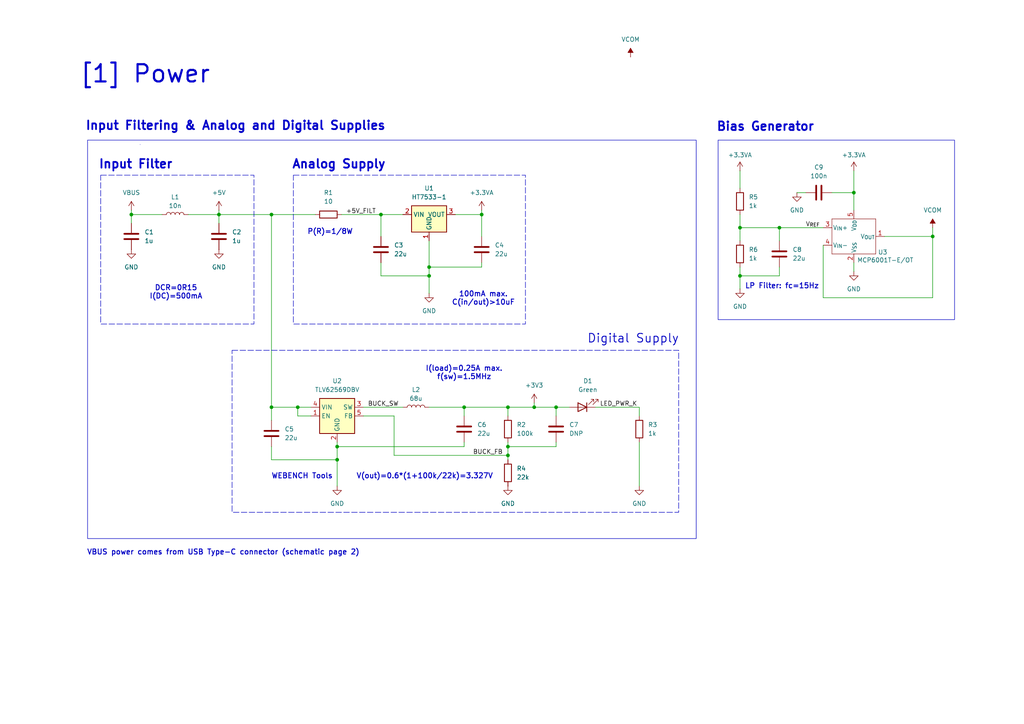
<source format=kicad_sch>
(kicad_sch (version 20231120) (generator "eeschema") (generator_version "8.0")
  (paper "A4")
  (title_block (title "Power Circuit") (date "2025-02-11") (rev "0.1") (company "Le Quoc Dung"))
  (lib_symbols
    (symbol "Device:C" (pin_numbers hide) (pin_names (offset 0.254))
      (property "Reference" "C" (at 0.635 2.54 0))
      (property "Value" "C" (at 0.635 -2.54 0))
      (symbol "C_0_1"
        (polyline (pts (xy -2.032 -0.762) (xy 2.032 -0.762)) (stroke (width 0.508)))
        (polyline (pts (xy -2.032 0.762) (xy 2.032 0.762)) (stroke (width 0.508)))
      )
      (symbol "C_1_1"
        (pin passive line (at 0 3.81 270) (length 2.794) (name "~") (number "1"))
        (pin passive line (at 0 -3.81 90) (length 2.794) (name "~") (number "2"))
      )
    )
    (symbol "Device:L" (pin_numbers hide) (pin_names (offset 1.016) hide)
      (property "Reference" "L" (at -1.27 0 90))
      (property "Value" "L" (at 1.905 0 90))
      (symbol "L_0_1"
        (arc (start 0 -2.54) (mid 0.6323 -1.905) (end 0 -1.27))
        (arc (start 0 -1.27) (mid 0.6323 -0.635) (end 0 0))
        (arc (start 0 0) (mid 0.6323 0.635) (end 0 1.27))
        (arc (start 0 1.27) (mid 0.6323 1.905) (end 0 2.54))
      )
      (symbol "L_1_1"
        (pin passive line (at 0 3.81 270) (length 1.27) (name "1") (number "1"))
        (pin passive line (at 0 -3.81 90) (length 1.27) (name "2") (number "2"))
      )
    )
    (symbol "Device:LED" (pin_numbers hide) (pin_names (offset 1.016) hide)
      (property "Reference" "D" (at 0 2.54 0))
      (property "Value" "LED" (at 0 -2.54 0))
      (symbol "LED_0_1"
        (polyline (pts (xy -1.27 -1.27) (xy -1.27 1.27)) (stroke (width 0.254)))
        (polyline (pts (xy -1.27 0) (xy 1.27 0)))
        (polyline (pts (xy 1.27 -1.27) (xy 1.27 1.27) (xy -1.27 0) (xy 1.27 -1.27)) (stroke (width 0.254)))
        (polyline (pts (xy -3.048 -0.762) (xy -4.572 -2.286) (xy -3.81 -2.286) (xy -4.572 -2.286) (xy -4.572 -1.524)))
        (polyline (pts (xy -1.778 -0.762) (xy -3.302 -2.286) (xy -2.54 -2.286) (xy -3.302 -2.286) (xy -3.302 -1.524)))
      )
      (symbol "LED_1_1"
        (pin passive line (at -3.81 0 0) (length 2.54) (name "K") (number "1"))
        (pin passive line (at 3.81 0 180) (length 2.54) (name "A") (number "2"))
      )
    )
    (symbol "Device:R" (pin_numbers hide) (pin_names (offset 0))
      (property "Reference" "R" (at 2.032 0 90))
      (property "Value" "R" (at 0 0 90))
      (symbol "R_0_1"
        (rectangle (start -1.016 -2.54) (end 1.016 2.54) (stroke (width 0.254)))
      )
      (symbol "R_1_1"
        (pin passive line (at 0 3.81 270) (length 1.27) (name "~") (number "1"))
        (pin passive line (at 0 -3.81 90) (length 1.27) (name "~") (number "2"))
      )
    )
    (symbol "Regulator_Linear:HT75xx-1-SOT89"
      (property "Reference" "U" (at -5.08 -3.81 0))
      (property "Value" "HT75xx-1-SOT89" (at 0 6.35 0))
      (symbol "HT75xx-1-SOT89_0_1"
        (rectangle (start -5.08 5.08) (end 5.08 -2.54) (stroke (width 0.254)) (fill (type background)))
      )
      (symbol "HT75xx-1-SOT89_1_1"
        (pin power_in line (at 0 -5.08 90) (length 2.54) (name "GND") (number "1"))
        (pin power_in line (at -7.62 2.54 0) (length 2.54) (name "VIN") (number "2"))
        (pin power_out line (at 7.62 2.54 180) (length 2.54) (name "VOUT") (number "3"))
      )
    )
    (symbol "Regulator_Switching:TLV62569DBV"
      (property "Reference" "U" (at -5.08 6.35 0))
      (property "Value" "TLV62569DBV" (at 0 6.35 0))
      (symbol "TLV62569DBV_0_1"
        (rectangle (start -5.08 5.08) (end 5.08 -5.08) (stroke (width 0.254)) (fill (type background)))
      )
      (symbol "TLV62569DBV_1_1"
        (pin input line (at -7.62 0 0) (length 2.54) (name "EN") (number "1"))
        (pin power_in line (at 0 -7.62 90) (length 2.54) (name "GND") (number "2"))
        (pin power_out line (at 7.62 2.54 180) (length 2.54) (name "SW") (number "3"))
        (pin power_in line (at -7.62 2.54 0) (length 2.54) (name "VIN") (number "4"))
        (pin input line (at 7.62 0 180) (length 2.54) (name "FB") (number "5"))
      )
    )
    (symbol "bias_generator_ic:MCP6001T-E_OT" (pin_names (offset 0.254))
      (property "Reference" "U" (at 17.78 -5.08 0))
      (property "Value" "MCP6001T-E/OT" (at 28.956 3.556 0))
      (symbol "MCP6001T-E_OT_0_1"
        (polyline (pts (xy 11.43 -10.16) (xy 24.13 -10.16)) (stroke (width 0.127)))
        (polyline (pts (xy 11.43 0) (xy 11.43 -10.16)) (stroke (width 0.127)))
        (polyline (pts (xy 24.13 -10.16) (xy 24.13 0)) (stroke (width 0.127)))
        (polyline (pts (xy 24.13 0) (xy 11.43 0)) (stroke (width 0.127)))
      )
      (symbol "MCP6001T-E_OT_1_1"
        (pin output line (at 26.67 -5.08 180) (length 2.54) (name "V_{OUT}") (number "1"))
        (pin power_out line (at 17.78 -12.7 90) (length 2.54) (name "V_{SS}") (number "2"))
        (pin input line (at 8.89 -2.54 0) (length 2.54) (name "V_{IN}+") (number "3"))
        (pin input line (at 8.89 -7.62 0) (length 2.54) (name "V_{IN}-") (number "4"))
        (pin power_in line (at 17.78 2.54 270) (length 2.54) (name "V_{DD}") (number "5"))
      )
    )
    (symbol "power:+3.3VA" (power) (pin_numbers hide) (pin_names (offset 0) hide)
      (property "Value" "+3.3VA" (at 0 3.556 0))
      (symbol "+3.3VA_0_1"
        (polyline (pts (xy -0.762 1.27) (xy 0 2.54)))
        (polyline (pts (xy 0 0) (xy 0 2.54)))
        (polyline (pts (xy 0 2.54) (xy 0.762 1.27)))
      )
      (symbol "+3.3VA_1_1"
        (pin power_in line (at 0 0 90) (length 0) (name "~") (number "1"))
      )
    )
    (symbol "power:+3V3" (power) (pin_numbers hide) (pin_names (offset 0) hide)
      (property "Value" "+3V3" (at 0 3.556 0))
      (symbol "+3V3_0_1"
        (polyline (pts (xy -0.762 1.27) (xy 0 2.54)))
        (polyline (pts (xy 0 0) (xy 0 2.54)))
        (polyline (pts (xy 0 2.54) (xy 0.762 1.27)))
      )
      (symbol "+3V3_1_1"
        (pin power_in line (at 0 0 90) (length 0) (name "~") (number "1"))
      )
    )
    (symbol "power:GND" (power) (pin_numbers hide) (pin_names (offset 0) hide)
      (property "Value" "GND" (at 0 -3.81 0))
      (symbol "GND_0_1"
        (polyline (pts (xy 0 0) (xy 0 -1.27) (xy 1.27 -1.27) (xy 0 -2.54) (xy -1.27 -1.27) (xy 0 -1.27)))
      )
      (symbol "GND_1_1"
        (pin power_in line (at 0 0 270) (length 0) (name "~") (number "1"))
      )
    )
    (symbol "power:VBUS" (power) (pin_numbers hide) (pin_names (offset 0) hide)
      (property "Value" "VBUS" (at 0 3.556 0))
      (symbol "VBUS_0_1"
        (polyline (pts (xy -0.762 1.27) (xy 0 2.54)))
        (polyline (pts (xy 0 0) (xy 0 2.54)))
        (polyline (pts (xy 0 2.54) (xy 0.762 1.27)))
      )
      (symbol "VBUS_1_1"
        (pin power_in line (at 0 0 90) (length 0) (name "~") (number "1"))
      )
    )
    (symbol "power:VCOM" (power) (pin_numbers hide) (pin_names (offset 0) hide)
      (property "Value" "VCOM" (at 0 3.556 0))
      (symbol "VCOM_0_1"
        (polyline (pts (xy 0 0) (xy 0 2.54)))
        (polyline (pts (xy 0.762 1.27) (xy -0.762 1.27) (xy 0 2.54) (xy 0.762 1.27)) (fill (type outline)))
      )
      (symbol "VCOM_1_1"
        (pin power_in line (at 0 0 90) (length 0) (name "~") (number "1"))
      )
    )
  )
  (junction (at 147.32 118.11))
  (junction (at 247.65 55.88))
  (junction (at 147.32 132.08))
  (junction (at 134.62 118.11))
  (junction (at 86.36 118.11))
  (junction (at 110.49 62.23))
  (junction (at 214.63 66.04))
  (junction (at 147.32 129.54))
  (junction (at 226.06 66.04))
  (junction (at 78.74 62.23))
  (junction (at 97.79 129.54))
  (junction (at 139.7 62.23))
  (junction (at 124.46 80.01))
  (junction (at 78.74 118.11))
  (junction (at 270.51 68.58))
  (junction (at 124.46 77.47))
  (junction (at 38.1 62.23))
  (junction (at 161.29 118.11))
  (junction (at 214.63 80.01))
  (junction (at 154.94 118.11))
  (junction (at 97.79 133.35))
  (junction (at 63.5 62.23))
  (wire (pts (xy 38.1 60.96) (xy 38.1 62.23)))
  (wire (pts (xy 147.32 129.54) (xy 147.32 132.08)))
  (wire (pts (xy 147.32 118.11) (xy 134.62 118.11)))
  (wire (pts (xy 185.42 120.65) (xy 185.42 118.11)))
  (wire (pts (xy 270.51 86.36) (xy 238.76 86.36)))
  (wire (pts (xy 86.36 120.65) (xy 86.36 118.11)))
  (wire (pts (xy 161.29 128.27) (xy 161.29 129.54)))
  (wire (pts (xy 134.62 118.11) (xy 124.46 118.11)))
  (wire (pts (xy 110.49 80.01) (xy 110.49 76.2)))
  (wire (pts (xy 226.06 80.01) (xy 214.63 80.01)))
  (wire (pts (xy 97.79 133.35) (xy 97.79 140.97)))
  (wire (pts (xy 86.36 118.11) (xy 90.17 118.11)))
  (wire (pts (xy 134.62 129.54) (xy 97.79 129.54)))
  (wire (pts (xy 114.3 120.65) (xy 105.41 120.65)))
  (wire (pts (xy 214.63 66.04) (xy 214.63 69.85)))
  (wire (pts (xy 256.54 68.58) (xy 270.51 68.58)))
  (wire (pts (xy 105.41 118.11) (xy 116.84 118.11)))
  (wire (pts (xy 214.63 66.04) (xy 214.63 62.23)))
  (wire (pts (xy 185.42 128.27) (xy 185.42 140.97)))
  (wire (pts (xy 161.29 129.54) (xy 147.32 129.54)))
  (wire (pts (xy 214.63 49.53) (xy 214.63 54.61)))
  (wire (pts (xy 226.06 66.04) (xy 226.06 69.85)))
  (wire (pts (xy 147.32 132.08) (xy 147.32 133.35)))
  (wire (pts (xy 241.3 55.88) (xy 247.65 55.88)))
  (wire (pts (xy 161.29 118.11) (xy 154.94 118.11)))
  (wire (pts (xy 139.7 60.96) (xy 139.7 62.23)))
  (wire (pts (xy 78.74 129.54) (xy 78.74 133.35)))
  (wire (pts (xy 231.14 55.88) (xy 233.68 55.88)))
  (wire (pts (xy 247.65 55.88) (xy 247.65 60.96)))
  (wire (pts (xy 97.79 129.54) (xy 97.79 128.27)))
  (wire (pts (xy 139.7 62.23) (xy 132.08 62.23)))
  (wire (pts (xy 161.29 118.11) (xy 161.29 120.65)))
  (wire (pts (xy 226.06 77.47) (xy 226.06 80.01)))
  (wire (pts (xy 247.65 76.2) (xy 247.65 78.74)))
  (wire (pts (xy 110.49 62.23) (xy 110.49 68.58)))
  (wire (pts (xy 38.1 62.23) (xy 46.99 62.23)))
  (wire (pts (xy 134.62 129.54) (xy 134.62 128.27)))
  (wire (pts (xy 134.62 120.65) (xy 134.62 118.11)))
  (wire (pts (xy 78.74 118.11) (xy 86.36 118.11)))
  (wire (pts (xy 139.7 77.47) (xy 139.7 76.2)))
  (wire (pts (xy 154.94 116.84) (xy 154.94 118.11)))
  (wire (pts (xy 78.74 62.23) (xy 78.74 118.11)))
  (wire (pts (xy 124.46 69.85) (xy 124.46 77.47)))
  (wire (pts (xy 99.06 62.23) (xy 110.49 62.23)))
  (wire (pts (xy 63.5 60.96) (xy 63.5 62.23)))
  (wire (pts (xy 147.32 128.27) (xy 147.32 129.54)))
  (wire (pts (xy 54.61 62.23) (xy 63.5 62.23)))
  (wire (pts (xy 147.32 132.08) (xy 114.3 132.08)))
  (wire (pts (xy 214.63 80.01) (xy 214.63 83.82)))
  (wire (pts (xy 97.79 129.54) (xy 97.79 133.35)))
  (wire (pts (xy 63.5 62.23) (xy 78.74 62.23)))
  (wire (pts (xy 270.51 68.58) (xy 270.51 86.36)))
  (wire (pts (xy 78.74 121.92) (xy 78.74 118.11)))
  (wire (pts (xy 247.65 49.53) (xy 247.65 55.88)))
  (wire (pts (xy 114.3 132.08) (xy 114.3 120.65)))
  (wire (pts (xy 147.32 118.11) (xy 154.94 118.11)))
  (wire (pts (xy 110.49 80.01) (xy 124.46 80.01)))
  (wire (pts (xy 124.46 77.47) (xy 139.7 77.47)))
  (wire (pts (xy 90.17 120.65) (xy 86.36 120.65)))
  (wire (pts (xy 78.74 62.23) (xy 91.44 62.23)))
  (wire (pts (xy 124.46 77.47) (xy 124.46 80.01)))
  (wire (pts (xy 63.5 62.23) (xy 63.5 64.77)))
  (wire (pts (xy 238.76 86.36) (xy 238.76 71.12)))
  (wire (pts (xy 270.51 68.58) (xy 270.51 66.04)))
  (wire (pts (xy 110.49 62.23) (xy 116.84 62.23)))
  (wire (pts (xy 78.74 133.35) (xy 97.79 133.35)))
  (wire (pts (xy 165.1 118.11) (xy 161.29 118.11)))
  (wire (pts (xy 172.72 118.11) (xy 185.42 118.11)))
  (wire (pts (xy 124.46 80.01) (xy 124.46 85.09)))
  (wire (pts (xy 238.76 66.04) (xy 226.06 66.04)))
  (wire (pts (xy 139.7 62.23) (xy 139.7 68.58)))
  (wire (pts (xy 226.06 66.04) (xy 214.63 66.04)))
  (wire (pts (xy 38.1 62.23) (xy 38.1 64.77)))
  (wire (pts (xy 214.63 77.47) (xy 214.63 80.01)))
  (wire (pts (xy 147.32 120.65) (xy 147.32 118.11)))
  (rectangle (start 40.64 41.91) (end 40.64 41.91))
  (rectangle (start 208.28 40.64) (end 276.86 92.71))
  (rectangle (start 29.21 50.8) (end 73.66 93.98) (stroke (width 0) (type dash)))
  (rectangle (start 67.31 101.6) (end 196.85 148.59) (stroke (width 0) (type dash)))
  (rectangle (start 25.4 40.64) (end 201.93 156.21))
  (rectangle (start 85.09 50.8) (end 152.4 93.98) (stroke (width 0) (type dash)))
  (text "100mA max.\nC(in/out)>10uF" (at 140.208 86.614 0) (effects (font (size 1.5 1.5) (thickness 0.254) (bold yes))))
  (text "Bias Generator" (at 221.996 36.83 0) (effects (font (size 2.5 2.5) (thickness 0.5) (bold yes))))
  (text "DCR=0R15\nI(DC)=500mA" (at 51.054 84.836 0) (effects (font (size 1.5 1.5) (thickness 0.254) (bold yes))))
  (text "VBUS power comes from USB Type-C connector (schematic page 2)" (at 64.77 160.274 0) (effects (font (size 1.5 1.5) (thickness 0.254) (bold yes))))
  (text "Input Filter" (at 39.37 47.752 0) (effects (font (size 2.5 2.5) (thickness 0.5) (bold yes))))
  (text "Input Filtering & Analog and Digital Supplies" (at 68.326 36.576 0) (effects (font (size 2.5 2.5) (thickness 0.5) (bold yes))))
  (text "V(out)=0.6*(1+100k/22k)=3.327V\n" (at 123.19 138.176 0) (effects (font (size 1.5 1.5) (thickness 0.254) (bold yes))))
  (text "Analog Supply" (at 98.298 47.752 0) (effects (font (size 2.5 2.5) (thickness 0.5) (bold yes))))
  (text "LP Filter: fc=15Hz" (at 226.822 83.058 0) (effects (font (size 1.5 1.5) (thickness 0.254) (bold yes))))
  (text "I(load)=0.25A max.\nf(sw)=1.5MHz\n" (at 134.62 108.204 0) (effects (font (size 1.5 1.5) (thickness 0.254) (bold yes))))
  (text "[1] Power" (at 42.164 21.59 0) (effects (font (size 5 5) (thickness 0.625))))
  (text "Digital Supply" (at 183.642 98.298 0) (effects (font (size 2.5 2.5) (thickness 0.254) (bold yes))))
  (text "P(R)=1/8W" (at 95.758 67.31 0) (effects (font (size 1.5 1.5) (thickness 0.254) (bold yes))))
  (text "WEBENCH Tools\n" (at 87.63 138.176 0) (effects (font (size 1.5 1.5) (thickness 0.254) (bold yes))))
  (label "BUCK_FB" (at 137.16 132.08 0))
  (label "+5V_FILT" (at 100.33 62.23 0))
  (label "V_{REF}" (at 233.68 66.04 0))
  (label "LED_PWR_K" (at 173.99 118.11 0))
  (label "BUCK_SW" (at 106.68 118.11 0))
  (symbol (lib_id "power:GND") (at 97.79 140.97 0) (unit 1)
    (property "Reference" "#PWR07" (effects (hide yes)))
    (property "Value" "GND" (at 97.79 146.05 0))
    (property "Description" "Power symbol creates a global label with name \"GND\" , ground" (effects (hide yes)))
  )
  (symbol (lib_id "Device:C") (at 110.49 72.39 0) (unit 1)
    (property "Reference" "C3" (at 114.3 71.1199 0) (effects (justify left)))
    (property "Value" "22u" (at 114.3 73.6599 0) (effects (justify left)))
    (property "Description" "Unpolarized capacitor" (effects (hide yes)))
  )
  (symbol (lib_id "Device:L") (at 120.65 118.11 90) (unit 1)
    (property "Reference" "L2" (at 120.65 113.03 90))
    (property "Value" "68u" (at 120.65 115.57 90))
    (property "Description" "Inductor" (effects (hide yes)))
  )
  (symbol (lib_id "Device:C") (at 139.7 72.39 0) (unit 1)
    (property "Reference" "C4" (at 143.51 71.1199 0) (effects (justify left)))
    (property "Value" "22u" (at 143.51 73.6599 0) (effects (justify left)))
    (property "Description" "Unpolarized capacitor" (effects (hide yes)))
  )
  (symbol (lib_id "Device:C") (at 161.29 124.46 0) (unit 1)
    (property "Reference" "C7" (at 165.1 123.1899 0) (effects (justify left)))
    (property "Value" "DNP" (at 165.1 125.7299 0) (effects (justify left)))
    (property "Description" "Unpolarized capacitor" (effects (hide yes)))
  )
  (symbol (lib_id "Device:R") (at 95.25 62.23 90) (unit 1)
    (property "Reference" "R1" (at 95.25 55.88 90))
    (property "Value" "10" (at 95.25 58.42 90))
    (property "Description" "Resistor" (effects (hide yes)))
  )
  (symbol (lib_id "Device:LED") (at 168.91 118.11 180) (unit 1)
    (property "Reference" "D1" (at 170.4975 110.49 0))
    (property "Value" "Green" (at 170.4975 113.03 0))
    (property "Description" "Light emitting diode" (effects (hide yes)))
  )
  (symbol (lib_id "Device:C") (at 237.49 55.88 90) (unit 1)
    (property "Reference" "C9" (at 237.49 48.514 90))
    (property "Value" "100n" (at 237.49 51.054 90))
    (property "Description" "Unpolarized capacitor" (effects (hide yes)))
  )
  (symbol (lib_id "power:VBUS") (at 38.1 60.96 0) (unit 1)
    (property "Reference" "#PWR01" (effects (hide yes)))
    (property "Value" "VBUS" (at 38.1 55.88 0))
    (property "Description" "Power symbol creates a global label with name \"VBUS\"" (effects (hide yes)))
  )
  (symbol (lib_id "Device:R") (at 214.63 58.42 0) (unit 1)
    (property "Reference" "R5" (at 217.17 57.1499 0) (effects (justify left)))
    (property "Value" "1k" (at 217.17 59.6899 0) (effects (justify left)))
    (property "Description" "Resistor" (effects (hide yes)))
  )
  (symbol (lib_id "Regulator_Switching:TLV62569DBV") (at 97.79 120.65 0) (unit 1)
    (property "Reference" "U2" (at 97.79 110.49 0))
    (property "Value" "TLV62569DBV" (at 97.79 113.03 0))
    (property "Footprint" "Package_TO_SOT_SMD:SOT-23-5" (effects (hide yes)))
    (property "Datasheet" "http://www.ti.com/lit/ds/symlink/tlv62569.pdf" (effects (hide yes)))
    (property "Description" "High Efficiency Synchronous Buck Converter, Adjustable Output 0.6V-5.5V, 2A, SOT-23-5" (effects (hide yes)))
  )
  (symbol (lib_id "Device:C") (at 226.06 73.66 0) (unit 1)
    (property "Reference" "C8" (at 229.87 72.3899 0) (effects (justify left)))
    (property "Value" "22u" (at 229.87 74.9299 0) (effects (justify left)))
    (property "Description" "Unpolarized capacitor" (effects (hide yes)))
  )
  (symbol (lib_id "power:VBUS") (at 63.5 60.96 0) (unit 1)
    (property "Reference" "#PWR02" (effects (hide yes)))
    (property "Value" "+5V" (at 63.5 55.88 0))
    (property "Description" "Power symbol creates a global label with name \"VBUS\"" (effects (hide yes)))
  )
  (symbol (lib_id "Regulator_Linear:HT75xx-1-SOT89") (at 124.46 64.77 0) (unit 1)
    (property "Reference" "U1" (at 124.46 54.61 0))
    (property "Value" "HT7533-1" (at 124.46 57.15 0))
    (property "Footprint" "Package_TO_SOT_SMD:SOT-89-3" (effects (hide yes)))
    (property "Datasheet" "https://www.holtek.com/documents/10179/116711/HT75xx-1v250.pdf" (effects (hide yes)))
    (property "Description" "100mA Low Dropout Voltage Regulator, Fixed Output, SOT89" (effects (hide yes)))
  )
  (symbol (lib_id "power:GND") (at 147.32 140.97 0) (unit 1)
    (property "Reference" "#PWR010" (effects (hide yes)))
    (property "Value" "GND" (at 147.32 146.05 0))
    (property "Description" "Power symbol creates a global label with name \"GND\" , ground" (effects (hide yes)))
  )
  (symbol (lib_id "Device:R") (at 147.32 137.16 0) (unit 1)
    (property "Reference" "R4" (at 149.86 135.8899 0) (effects (justify left)))
    (property "Value" "22k" (at 149.86 138.4299 0) (effects (justify left)))
    (property "Description" "Resistor" (effects (hide yes)))
  )
  (symbol (lib_id "Device:C") (at 38.1 68.58 0) (unit 1)
    (property "Reference" "C1" (at 41.91 67.3099 0) (effects (justify left)))
    (property "Value" "1u" (at 41.91 69.8499 0) (effects (justify left)))
    (property "Description" "Unpolarized capacitor" (effects (hide yes)))
  )
  (symbol (lib_id "Device:R") (at 214.63 73.66 0) (unit 1)
    (property "Reference" "R6" (at 217.17 72.3899 0) (effects (justify left)))
    (property "Value" "1k" (at 217.17 74.9299 0) (effects (justify left)))
    (property "Description" "Resistor" (effects (hide yes)))
  )
  (symbol (lib_id "Device:R") (at 147.32 124.46 0) (unit 1)
    (property "Reference" "R2" (at 149.86 123.1899 0) (effects (justify left)))
    (property "Value" "100k" (at 149.86 125.7299 0) (effects (justify left)))
    (property "Description" "Resistor" (effects (hide yes)))
  )
  (symbol (lib_id "power:+3V3") (at 154.94 116.84 0) (unit 1)
    (property "Reference" "#PWR08" (effects (hide yes)))
    (property "Value" "+3V3" (at 154.94 111.76 0))
    (property "Description" "Power symbol creates a global label with name \"+3V3\"" (effects (hide yes)))
  )
  (symbol (lib_id "power:+3.3VA") (at 139.7 60.96 0) (unit 1)
    (property "Reference" "#PWR06" (effects (hide yes)))
    (property "Value" "+3.3VA" (at 139.7 55.88 0))
    (property "Description" "Power symbol creates a global label with name \"+3.3VA\"" (effects (hide yes)))
  )
  (symbol (lib_id "power:GND") (at 214.63 83.82 0) (unit 1)
    (property "Reference" "#PWR017" (effects (hide yes)))
    (property "Value" "GND" (at 214.63 88.9 0))
    (property "Description" "Power symbol creates a global label with name \"GND\" , ground" (effects (hide yes)))
  )
  (symbol (lib_id "power:+3.3VA") (at 247.65 49.53 0) (unit 1)
    (property "Reference" "#PWR011" (effects (hide yes)))
    (property "Value" "+3.3VA" (at 247.65 44.958 0))
    (property "Description" "Power symbol creates a global label with name \"+3.3VA\"" (effects (hide yes)))
  )
  (symbol (lib_id "power:VCOM") (at 270.51 66.04 0) (unit 1)
    (property "Reference" "#PWR013" (effects (hide yes)))
    (property "Value" "VCOM" (at 270.51 60.96 0))
    (property "Description" "Power symbol creates a global label with name \"VCOM\"" (effects (hide yes)))
  )
  (symbol (lib_id "Device:L") (at 50.8 62.23 90) (unit 1)
    (property "Reference" "L1" (at 50.8 57.15 90))
    (property "Value" "10n" (at 50.8 59.69 90))
    (property "Description" "Inductor" (effects (hide yes)))
  )
  (symbol (lib_id "Device:C") (at 63.5 68.58 0) (unit 1)
    (property "Reference" "C2" (at 67.31 67.3099 0) (effects (justify left)))
    (property "Value" "1u" (at 67.31 69.8499 0) (effects (justify left)))
    (property "Description" "Unpolarized capacitor" (effects (hide yes)))
  )
  (symbol (lib_id "Device:C") (at 134.62 124.46 0) (unit 1)
    (property "Reference" "C6" (at 138.43 123.1899 0) (effects (justify left)))
    (property "Value" "22u" (at 138.43 125.7299 0) (effects (justify left)))
    (property "Description" "Unpolarized capacitor" (effects (hide yes)))
  )
  (symbol (lib_id "power:GND") (at 38.1 72.39 0) (unit 1)
    (property "Reference" "#PWR03" (effects (hide yes)))
    (property "Value" "GND" (at 38.1 77.47 0))
    (property "Description" "Power symbol creates a global label with name \"GND\" , ground" (effects (hide yes)))
  )
  (symbol (lib_id "power:GND") (at 185.42 140.97 0) (unit 1)
    (property "Reference" "#PWR09" (effects (hide yes)))
    (property "Value" "GND" (at 185.42 146.05 0))
    (property "Description" "Power symbol creates a global label with name \"GND\" , ground" (effects (hide yes)))
  )
  (symbol (lib_id "power:GND") (at 247.65 78.74 0) (unit 1)
    (property "Reference" "#PWR012" (effects (hide yes)))
    (property "Value" "GND" (at 247.65 83.82 0))
    (property "Description" "Power symbol creates a global label with name \"GND\" , ground" (effects (hide yes)))
  )
  (symbol (lib_id "power:GND") (at 231.14 55.88 0) (unit 1)
    (property "Reference" "#PWR015" (effects (hide yes)))
    (property "Value" "GND" (at 231.14 60.96 0))
    (property "Description" "Power symbol creates a global label with name \"GND\" , ground" (effects (hide yes)))
  )
  (symbol (lib_id "Device:C") (at 78.74 125.73 180) (unit 1)
    (property "Reference" "C5" (at 82.55 124.4599 0) (effects (justify right)))
    (property "Value" "22u" (at 82.55 126.9999 0) (effects (justify right)))
    (property "Description" "Unpolarized capacitor" (effects (hide yes)))
  )
  (symbol (lib_id "bias_generator_ic:MCP6001T-E_OT") (at 229.87 63.5 0) (unit 1)
    (property "Reference" "U3" (at 256.032 73.152 0))
    (property "Value" "MCP6001T-E/OT" (at 256.794 75.438 0))
    (property "Footprint" "SOT-23-5_MC_MCH" (effects (hide yes)))
    (property "Datasheet" "MCP6001T-E/OT" (effects (hide yes)))
  )
  (symbol (lib_id "power:GND") (at 124.46 85.09 0) (unit 1)
    (property "Reference" "#PWR05" (effects (hide yes)))
    (property "Value" "GND" (at 124.46 90.17 0))
    (property "Description" "Power symbol creates a global label with name \"GND\" , ground" (effects (hide yes)))
  )
  (symbol (lib_id "power:VCOM") (at 182.88 16.51 0) (unit 1)
    (property "Reference" "#PWR014" (effects (hide yes)))
    (property "Value" "VCOM" (at 182.88 11.43 0))
    (property "Description" "Power symbol creates a global label with name \"VCOM\"" (effects (hide yes)))
  )
  (symbol (lib_id "power:+3.3VA") (at 214.63 49.53 0) (unit 1)
    (property "Reference" "#PWR016" (effects (hide yes)))
    (property "Value" "+3.3VA" (at 214.63 44.958 0))
    (property "Description" "Power symbol creates a global label with name \"+3.3VA\"" (effects (hide yes)))
  )
  (symbol (lib_id "power:GND") (at 63.5 72.39 0) (unit 1)
    (property "Reference" "#PWR04" (effects (hide yes)))
    (property "Value" "GND" (at 63.5 77.47 0))
    (property "Description" "Power symbol creates a global label with name \"GND\" , ground" (effects (hide yes)))
  )
  (symbol (lib_id "Device:R") (at 185.42 124.46 0) (unit 1)
    (property "Reference" "R3" (at 187.96 123.1899 0) (effects (justify left)))
    (property "Value" "1k" (at 187.96 125.7299 0) (effects (justify left)))
    (property "Description" "Resistor" (effects (hide yes)))
  )
)
</source>
